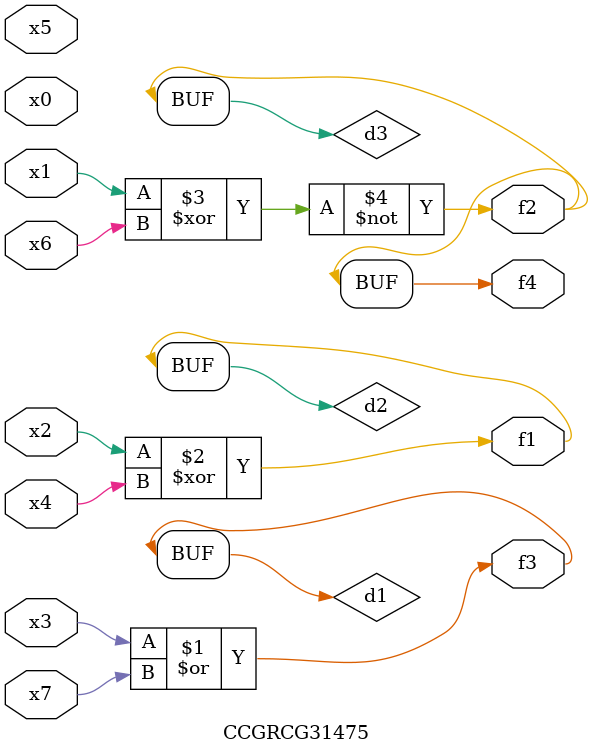
<source format=v>
module CCGRCG31475(
	input x0, x1, x2, x3, x4, x5, x6, x7,
	output f1, f2, f3, f4
);

	wire d1, d2, d3;

	or (d1, x3, x7);
	xor (d2, x2, x4);
	xnor (d3, x1, x6);
	assign f1 = d2;
	assign f2 = d3;
	assign f3 = d1;
	assign f4 = d3;
endmodule

</source>
